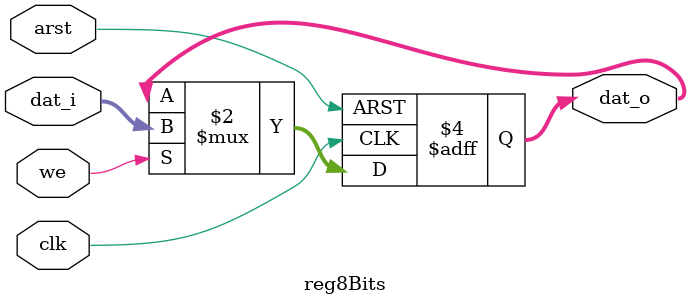
<source format=sv>
module reg8Bits(
   input  logic       clk, 
                      arst, 
                      we,
   input  logic [7:0] dat_i,
   output logic [7:0] dat_o);

   always_ff @(posedge clk, posedge arst) begin
      if (arst) begin
         dat_o <= 8'h00;
      end 
      else if (we) begin
         dat_o <= dat_i;
      end
   end
endmodule


</source>
